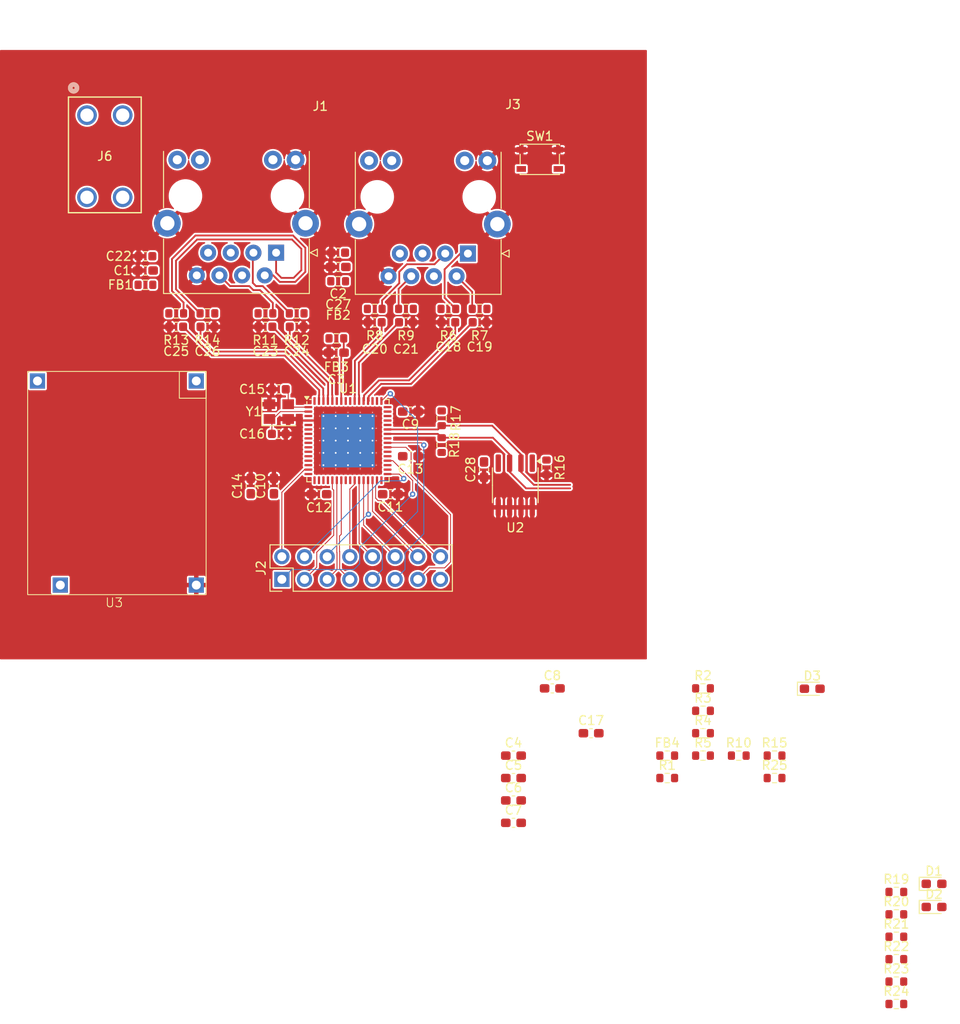
<source format=kicad_pcb>
(kicad_pcb
	(version 20240108)
	(generator "pcbnew")
	(generator_version "8.0")
	(general
		(thickness 1.6)
		(legacy_teardrops no)
	)
	(paper "A4")
	(layers
		(0 "F.Cu" signal)
		(1 "In1.Cu" power "GND.Cu")
		(2 "In2.Cu" power "PWR.Cu")
		(31 "B.Cu" mixed)
		(32 "B.Adhes" user "B.Adhesive")
		(33 "F.Adhes" user "F.Adhesive")
		(34 "B.Paste" user)
		(35 "F.Paste" user)
		(36 "B.SilkS" user "B.Silkscreen")
		(37 "F.SilkS" user "F.Silkscreen")
		(38 "B.Mask" user)
		(39 "F.Mask" user)
		(40 "Dwgs.User" user "User.Drawings")
		(41 "Cmts.User" user "User.Comments")
		(42 "Eco1.User" user "User.Eco1")
		(43 "Eco2.User" user "User.Eco2")
		(44 "Edge.Cuts" user)
		(45 "Margin" user)
		(46 "B.CrtYd" user "B.Courtyard")
		(47 "F.CrtYd" user "F.Courtyard")
		(48 "B.Fab" user)
		(49 "F.Fab" user)
		(50 "User.1" user)
		(51 "User.2" user)
		(52 "User.3" user)
		(53 "User.4" user)
		(54 "User.5" user)
		(55 "User.6" user)
		(56 "User.7" user)
		(57 "User.8" user)
		(58 "User.9" user)
	)
	(setup
		(stackup
			(layer "F.SilkS"
				(type "Top Silk Screen")
			)
			(layer "F.Paste"
				(type "Top Solder Paste")
			)
			(layer "F.Mask"
				(type "Top Solder Mask")
				(thickness 0.01)
			)
			(layer "F.Cu"
				(type "copper")
				(thickness 0.035)
			)
			(layer "dielectric 1"
				(type "prepreg")
				(thickness 0.1)
				(material "FR4")
				(epsilon_r 4.5)
				(loss_tangent 0.02)
			)
			(layer "In1.Cu"
				(type "copper")
				(thickness 0.035)
			)
			(layer "dielectric 2"
				(type "core")
				(thickness 1.24)
				(material "FR4")
				(epsilon_r 4.5)
				(loss_tangent 0.02)
			)
			(layer "In2.Cu"
				(type "copper")
				(thickness 0.035)
			)
			(layer "dielectric 3"
				(type "prepreg")
				(thickness 0.1)
				(material "FR4")
				(epsilon_r 4.5)
				(loss_tangent 0.02)
			)
			(layer "B.Cu"
				(type "copper")
				(thickness 0.035)
			)
			(layer "B.Mask"
				(type "Bottom Solder Mask")
				(thickness 0.01)
			)
			(layer "B.Paste"
				(type "Bottom Solder Paste")
			)
			(layer "B.SilkS"
				(type "Bottom Silk Screen")
			)
			(copper_finish "None")
			(dielectric_constraints no)
		)
		(pad_to_mask_clearance 0)
		(allow_soldermask_bridges_in_footprints no)
		(pcbplotparams
			(layerselection 0x00010fc_ffffffff)
			(plot_on_all_layers_selection 0x0000000_00000000)
			(disableapertmacros no)
			(usegerberextensions no)
			(usegerberattributes yes)
			(usegerberadvancedattributes yes)
			(creategerberjobfile yes)
			(dashed_line_dash_ratio 12.000000)
			(dashed_line_gap_ratio 3.000000)
			(svgprecision 4)
			(plotframeref no)
			(viasonmask no)
			(mode 1)
			(useauxorigin no)
			(hpglpennumber 1)
			(hpglpenspeed 20)
			(hpglpendiameter 15.000000)
			(pdf_front_fp_property_popups yes)
			(pdf_back_fp_property_popups yes)
			(dxfpolygonmode yes)
			(dxfimperialunits yes)
			(dxfusepcbnewfont yes)
			(psnegative no)
			(psa4output no)
			(plotreference yes)
			(plotvalue yes)
			(plotfptext yes)
			(plotinvisibletext no)
			(sketchpadsonfab no)
			(subtractmaskfromsilk no)
			(outputformat 1)
			(mirror no)
			(drillshape 1)
			(scaleselection 1)
			(outputdirectory "")
		)
	)
	(net 0 "")
	(net 1 "VDD33TXRX1")
	(net 2 "GND")
	(net 3 "VDD33TXRX2")
	(net 4 "VDD33BIAS")
	(net 5 "VDDCR")
	(net 6 "VDD12TF")
	(net 7 "VDD33")
	(net 8 "Net-(U1A-OSCI)")
	(net 9 "Net-(U1A-OSCO)")
	(net 10 "Net-(U1A-RST#)")
	(net 11 "TXA_P")
	(net 12 "TXA_N")
	(net 13 "RXA_P")
	(net 14 "RXA_N")
	(net 15 "RXB_N")
	(net 16 "RXB_P")
	(net 17 "TXB_N")
	(net 18 "TXB_P")
	(net 19 "Net-(D1-K)")
	(net 20 "Net-(D2-K)")
	(net 21 "Net-(D3-A)")
	(net 22 "Net-(J1-Pad10)")
	(net 23 "unconnected-(J1-NC-Pad7)")
	(net 24 "unconnected-(J1-Pad11)")
	(net 25 "unconnected-(J1-Pad12)")
	(net 26 "Net-(J2-Pin_11)")
	(net 27 "Net-(J2-Pin_12)")
	(net 28 "Net-(J2-Pin_15)")
	(net 29 "Net-(J2-Pin_9)")
	(net 30 "Net-(J2-Pin_14)")
	(net 31 "Net-(J2-Pin_16)")
	(net 32 "Net-(J2-Pin_5)")
	(net 33 "Net-(J2-Pin_6)")
	(net 34 "Net-(J2-Pin_1)")
	(net 35 "Net-(J2-Pin_3)")
	(net 36 "Net-(J2-Pin_8)")
	(net 37 "Net-(J2-Pin_13)")
	(net 38 "Net-(J2-Pin_7)")
	(net 39 "Net-(J2-Pin_4)")
	(net 40 "Net-(J2-Pin_2)")
	(net 41 "Net-(J2-Pin_10)")
	(net 42 "unconnected-(J3-NC-Pad7)")
	(net 43 "Net-(J3-Pad10)")
	(net 44 "unconnected-(J3-Pad12)")
	(net 45 "unconnected-(J3-Pad11)")
	(net 46 "Net-(J6-Pad1)")
	(net 47 "Net-(U3-Vin)")
	(net 48 "Net-(U1A-RBIAS)")
	(net 49 "CLK25_OUT")
	(net 50 "Net-(U1A-CLK_25{slash}CLK_25_EN{slash}XTAL_MODE)")
	(net 51 "Net-(JP1-C)")
	(net 52 "Net-(U1A-TESTMODE)")
	(net 53 "LEDPOL0")
	(net 54 "LEDPOL1")
	(net 55 "Net-(U2-A0)")
	(net 56 "I2C_SDA")
	(net 57 "Net-(U1B-RUNLED{slash}STATE_RUNLED{slash}E2PSIZE{slash}EE_EMUL0{slash}LEDPOL3)")
	(net 58 "Net-(U1B-ERRLED{slash}PME{slash}100FD_B{slash}LEDPOL4)")
	(net 59 "QSPI_SIO0")
	(net 60 "QSPI_SIO2")
	(net 61 "unconnected-(U1A-OSCVDD12-Pad3)")
	(net 62 "I2C_SCL")
	(net 63 "QSPI_CLK")
	(net 64 "unconnected-(U1C-WAIT_ACK{slash}PME{slash}LATCH0{slash}{slash}EE_EMUL_SPI3-Pad10)")
	(net 65 "QSPI_CSn")
	(net 66 "SYNC_LATCH_1")
	(net 67 "unconnected-(U1C-A1{slash}ALELO{slash}OE_EXT{slash}MII_CLK25{slash}{slash}EE_EMUL_SPI2-Pad25)")
	(net 68 "QSPI_SIO3")
	(net 69 "IRQ")
	(net 70 "SYNC_LATCH_0")
	(net 71 "QSPI_SIO1")
	(footprint "Capacitor_SMD:C_0603_1608Metric" (layer "F.Cu") (at 153.25 64))
	(footprint "Capacitor_SMD:C_0603_1608Metric_Pad1.08x0.95mm_HandSolder" (layer "F.Cu") (at 153.75 80.5 90))
	(footprint "Resistor_SMD:R_0603_1608Metric" (layer "F.Cu") (at 178.29 107.51))
	(footprint "Capacitor_SMD:C_0603_1608Metric_Pad1.08x0.95mm_HandSolder" (layer "F.Cu") (at 115.8 58.2))
	(footprint "Resistor_SMD:R_0603_1608Metric" (layer "F.Cu") (at 174.28 112.53))
	(footprint "Connector_RJ:RJ45_HALO_HFJ11-x2450E-LxxRL_Horizontal" (layer "F.Cu") (at 151.94 56.3 180))
	(footprint "Resistor_SMD:R_0603_1608Metric" (layer "F.Cu") (at 137.2 65.8))
	(footprint "Capacitor_SMD:C_0603_1608Metric" (layer "F.Cu") (at 122.75 64.5))
	(footprint "Resistor_SMD:R_0603_1608Metric" (layer "F.Cu") (at 129.25 63))
	(footprint "Resistor_SMD:R_0603_1608Metric" (layer "F.Cu") (at 141.5 62.5))
	(footprint "Capacitor_SMD:C_0603_1608Metric_Pad1.08x0.95mm_HandSolder" (layer "F.Cu") (at 145.5 74 180))
	(footprint "Capacitor_SMD:C_0603_1608Metric_Pad1.08x0.95mm_HandSolder" (layer "F.Cu") (at 143.25 83.25 180))
	(footprint "Button_Switch_SMD:SW_SPST_PTS810" (layer "F.Cu") (at 160 45.75))
	(footprint "Capacitor_SMD:C_0603_1608Metric" (layer "F.Cu") (at 119.25 64.5 180))
	(footprint "Resistor_SMD:R_0603_1608Metric" (layer "F.Cu") (at 122.75 63 180))
	(footprint "Capacitor_SMD:C_0603_1608Metric" (layer "F.Cu") (at 137.4 56.2 180))
	(footprint "Capacitor_SMD:C_0603_1608Metric" (layer "F.Cu") (at 141.5 64 180))
	(footprint "Oscillator:Oscillator_SMD_Abracon_ASE-4Pin_3.2x2.5mm" (layer "F.Cu") (at 130.75 74))
	(footprint "Capacitor_SMD:C_0603_1608Metric_Pad1.08x0.95mm_HandSolder" (layer "F.Cu") (at 130.2 82.3375 -90))
	(footprint "Capacitor_SMD:C_0603_1608Metric_Pad1.08x0.95mm_HandSolder" (layer "F.Cu") (at 145.5 79 180))
	(footprint "Resistor_SMD:R_0603_1608Metric" (layer "F.Cu") (at 199.96 137.84))
	(footprint "Resistor_SMD:R_0603_1608Metric" (layer "F.Cu") (at 199.96 132.82))
	(footprint "Capacitor_SMD:C_0603_1608Metric" (layer "F.Cu") (at 130.75 71.5 180))
	(footprint "Capacitor_SMD:C_0603_1608Metric" (layer "F.Cu") (at 130.75 76.5))
	(footprint "Capacitor_SMD:C_0603_1608Metric" (layer "F.Cu") (at 129.25 64.5 180))
	(footprint "Resistor_SMD:R_0603_1608Metric" (layer "F.Cu") (at 160.75 80.25 90))
	(footprint "Capacitor_SMD:C_0603_1608Metric_Pad1.08x0.95mm_HandSolder" (layer "F.Cu") (at 161.4 105))
	(footprint "Capacitor_SMD:C_0603_1608Metric_Pad1.08x0.95mm_HandSolder" (layer "F.Cu") (at 137.4 57.8))
	(footprint "Capacitor_SMD:C_0603_1608Metric_Pad1.08x0.95mm_HandSolder" (layer "F.Cu") (at 157.05 112.53))
	(footprint "Resistor_SMD:R_0603_1608Metric" (layer "F.Cu") (at 199.96 130.31))
	(footprint "Resistor_SMD:R_0603_1608Metric" (layer "F.Cu") (at 119.25 63))
	(footprint "Capacitor_SMD:C_0603_1608Metric_Pad1.08x0.95mm_HandSolder" (layer "F.Cu") (at 127.6 82.3375 -90))
	(footprint "Capacitor_SMD:C_0603_1608Metric" (layer "F.Cu") (at 115.8 56.6 180))
	(footprint "Resistor_SMD:R_0603_1608Metric" (layer "F.Cu") (at 137.4 59.4))
	(footprint "Package_DFN_QFN:QFN-64-1EP_9x9mm_P0.5mm_EP6x6mm_ThermalVias"
		(layer "F.Cu")
		(uuid "90129a6c-def9-4656-9e3e-6a9f5d275d5d")
		(at 138.5 77.25)
		(descr "QFN, 64 Pin (http://www.ti.com/lit/ds/symlink/tusb8041.pdf#page=42), generated with kicad-footprint-generator ipc_noLead_generator.py")
		(tags "QFN NoLead")
		(property "Reference" "U1"
			(at 0 -5.83 0)
			(layer "F.SilkS")
			(uuid "82c8c4c9-a85b-404c-a9c3-d3c68ae32940")
			(effects
				(font
					(size 1 1)
					(thickness 0.15)
				)
			)
		)
		(property "Value" "LAN9253/R4X"
			(at 0 5.83 0)
			(layer "F.Fab")
			(uuid "2cbd2d22-fb12-43fd-9503-c50fe2e1b39f")
			(effects
				(font
					(size 1 1)
					(thickness 0.15)
				)
			)
		)
		(property "Footprint" "Package_DFN_QFN:QFN-64-1EP_9x9mm_P0.5mm_EP6x6mm_ThermalVias"
			(at 0 0 0)
			(layer "F.Fab")
			(hide yes)
			(uuid "66d0afb3-0c90-43bc-be49-07f0b4c86da1")
			(effects
				(font
					(size 1.27 1.27)
					(thickness 0.15)
				)
			)
		)
		(property "Datasheet" "LAN9253/R4X"
			(at 0 0 0)
			(layer "F.Fab")
			(hide yes)
			(uuid "ce2f018f-65bc-4355-94a7-60bbd2eac6d0")
			(effects
				(font
					(size 1.27 1.27)
					(thickness 0.15)
				)
			)
		)
		(property "Description" ""
			(at 0 0 0)
			(layer "F.Fab")
			(hide yes)
			(uuid "53558554-57fd-47d3-829f-f8f832154b7b")
			(effects
				(font
					(size 1.27 1.27)
					(thickness 0.15)
				)
			)
		)
		(property ki_fp_filters "QFN64_R4X_MCH QFN64_R4X_MCH-M QFN64_R4X_MCH-L")
		(path "/e1660594-3c96-4ae9-b3b7-1a6d373b72b2")
		(sheetname "Root")
		(sheetfile "kyncat.kicad_sch")
		(attr smd)
		(fp_line
			(start -4.61 -4.135)
			(end -4.61 -4.37)
			(stroke
				(width 0.12)
				(type solid)
			)
			(layer "F.SilkS")
			(uuid "f90ae85e-59ee-4690-89c6-0d66109bd705")
		)
		(fp_line
			(start -4.61 4.61)
			(end -4.61 4.135)
			(stroke
				(width 0.12)
				(type solid)
			)
			(layer "F.SilkS")
			(uuid "693104e2-46ea-4607-9f25-822ed794df97")
		)
		(fp_line
			(start -4.135 -4.61)
			(end -4.31 -4.61)
			(stroke
				(width 0.12)
				(type solid)
			)
			(layer "F.SilkS")
			(uuid "567546ea-8aa3-4807-bfd9-4cd9ef175909")
		)
		(fp_line
			(start -4.135 4.61)
			(end -4.61 4.61)
			(stroke
				(width 0.12)
				(type solid)
			)
			(layer "F.SilkS")
			(uuid "bde80175-4ab5-4a6d-9ed9-2081087ebcd7")
		)
		(fp_line
			(start 4.135 -4.61)
			(end 4.61 -4.61)
			(stroke
				(width 0.12)
				(type solid)
			)
			(layer "F.SilkS")
			(uuid "c3e7536f-68b5-40f8-9611-41fb2dff413d")
		)
		(fp_line
			(start 4.135 4.61)
			(end 4.61 4.61)
			(stroke
				(width 0.12)
				(type solid)
			)
			(layer "F.SilkS")
			(uuid "b287ed53-60c6-4723-9a7c-1c72acc492f5")
		)
		(fp_line
			(start 4.61 -4.61)
			(end 4.61 -4.135)
			(stroke
				(width 0.12)
				(type solid)
			)
			(layer "F.SilkS")
			(uuid "c958bf9f-fa7d-4994-b029-747bd3d1595d")
		)
		(fp_line
			(start 4.61 4.61)
			(end 4.61 4.135)
			(stroke
				(width 0.12)
				(type solid)
			)
			(layer "F.SilkS")
			(uuid "3369166b-ced0-49c8-8421-e119ef0aa525")
		)
		(fp_poly
			(pts
				(xy -4.61 -4.61) (xy -4.85 -4.94) (xy -4.37 -4.94) (xy -4.61 -4.61)
			)
			(stroke
				(width 0.12)
				(type solid)
			)
			(fill solid)
			(layer "F.SilkS")
			(uuid "1d0421da-4432-47bd-8867-a36f451c1d6a")
		)
		(fp_line
			(start -5.13 -5.13)
			(end -5.13 5.13)
			(stroke
				(width 0.05)
				(type solid)
			)
			(layer "F.CrtYd")
			(uuid "6c6b6ec1-b6e0-4963-9585-42b008a2f229")
		)
		(fp_line
			(start -5.13 5.13)
			(end 5.13 5.13)
			(stroke
				(width 0.05)
				(type solid)
			)
			(layer "F.CrtYd")
			(uuid "e0f48ca7-afb7-4819-a541-2a2adbec14b2")
		)
		(fp_line
			(start 5.13 -5.13)
			(end -5.13 -5.13)
			(stroke
				(width 0.05)
				(type solid)
			)
			(layer "F.CrtYd")
			(uuid "1d4aa6d1-17f1-42f5-82fa-4e650a3094c7")
		)
		(fp_line
			(start 5.13 5.13)
			(end 5.13 -5.13)
			(stroke
				(width 0.05)
				(type solid)
			)
			(layer "F.CrtYd")
			(uuid "c298562b-e1d9-4798-9d01-e357788a8a8a")
		)
		(fp_line
			(start -4.5 -3.5)
			(end -3.5 -4.5)
			(stroke
				(width 0.1)
				(type solid)
			)
			(layer "F.Fab")
			(uuid "89bcee9e-37e4-44d2-b34c-70cc99428890")
		)
		(fp_line
			(start -4.5 4.5)
			(end -4.5 -3.5)
			(stroke
				(width 0.1)
				(type solid)
			)
			(layer "F.Fab")
			(uuid "96cc598d-c7a7-4ba8-9406-264dcf27f8cd")
		)
		(fp_line
			(start -3.5 -4.5)
			(end 4.5 -4.5)
			(stroke
				(width 0.1)
				(type solid)
			)
			(layer "F.Fab")
			(uuid "2eafaa54-a5af-49d3-9807-1525ef25802e")
		)
		(fp_line
			(start 4.5 -4.5)
			(end 4.5 4.5)
			(stroke
				(width 0.1)
				(type solid)
			)
			(layer "F.Fab")
			(uuid "f7879949-dfcb-470e-a626-34f21dfb863e")
		)
		(fp_line
			(start 4.5 4.5)
			(end -4.5 4.5)
			(stroke
				(width 0.1)
				(type solid)
			)
			(layer "F.Fab")
			(uuid "3882a33f-c85d-4b58-a13b-1d2737325dcc")
		)
		(fp_text user "${REFERENCE}"
			(at 0 0 0)
			(layer "F.Fab")
			(uuid "da878d09-7e8f-46a8-b479-1c6974eb5db8")
			(effects
				(font
					(size 1 1)
					(thickness 0.15)
				)
			)
		)
		(pad "" smd roundrect
			(at -2.0625 -2.0625)
			(size 1.209339 1.209339)
			(layers "F.Paste")
			(roundrect_rratio 0.206725)
			(uuid "f96cebcf-f05d-47a3-83c9-0e25b3907054")
		)
		(pad "" smd roundrect
			(at -2.0625 -0.6875)
			(size 1.209339 1.209339)
			(layers "F.Paste")
			(roundrect_rratio 0.206725)
			(uuid "88964cd6-e2f3-479e-959d-14985fbbe1fd")
		)
		(pad "" smd roundrect
			(at -2.0625 0.6875)
			(size 1.209339 1.209339)
			(layers "F.Paste")
			(roundrect_rratio 0.206725)
			(uuid "b95478fe-9cea-4fca-a938-202d77f35a82")
		)
		(pad "" smd roundrect
			(at -2.0625 2.0625)
			(size 1.209339 1.209339)
			(layers "F.Paste")
			(roundrect_rratio 0.206725)
			(uuid "aa1f2a83-d252-4642-a192-cd4471b3214c")
		)
		(pad "" smd roundrect
			(at -0.6875 -2.0625)
			(size 1.209339 1.209339)
			(layers "F.Paste")
			(roundrect_rratio 0.206725)
			(uuid "4f504d9f-ab7c-4b4c-8a12-ad741cd15c69")
		)
		(pad "" smd roundrect
			(at -0.6875 -0.6875)
			(size 1.209339 1.209339)
			(layers "F.Paste")
			(roundrect_rratio 0.206725)
			(uuid "16a91eea-5349-4614-82
... [496724 chars truncated]
</source>
